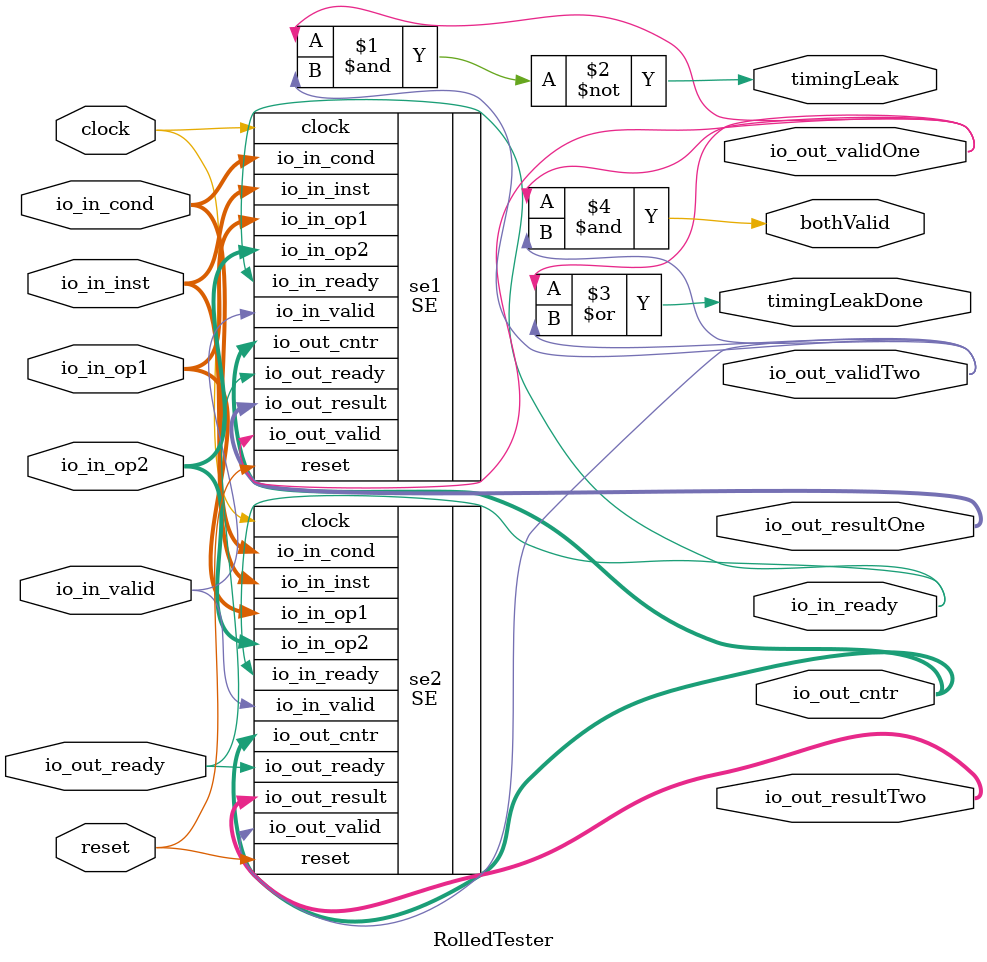
<source format=v>

`include "../SE_verilog/SE_rolled.v"

module RolledTester (
  input clock,
  input reset,
  input [7:0] io_in_inst,
  input [127:0] io_in_op1,
  input [127:0] io_in_op2,
  input [127:0] io_in_cond,
  input  io_in_valid,
  output io_in_ready,
  output [127:0] io_out_resultOne,
  output [127:0] io_out_resultTwo,
  output io_out_validOne,
  output io_out_validTwo,
  input io_out_ready,
  output [7:0] io_out_cntr,
  output timingLeak,
  output timingLeakDone,
  output bothValid
);

SE se1(
  .clock(clock),
  .reset(reset),
  .io_in_inst(io_in_inst),
  .io_in_op1(io_in_op1),
  .io_in_op2(io_in_op2),
  .io_in_cond(io_in_cond),
  .io_in_valid(io_in_valid),
  .io_in_ready(io_in_ready),
  .io_out_result(io_out_resultOne),
  .io_out_valid(io_out_validOne),
  .io_out_ready(io_out_ready),
  .io_out_cntr(io_out_cntr)
);

SE se2(
  .clock(clock),
  .reset(reset),
  .io_in_inst(io_in_inst),
  .io_in_op1(io_in_op1),
  .io_in_op2(io_in_op2),
  .io_in_cond(io_in_cond),
  .io_in_valid(io_in_valid),
  .io_in_ready(io_in_ready),
  .io_out_result(io_out_resultTwo),
  .io_out_valid(io_out_validTwo),
  .io_out_ready(io_out_ready),
  .io_out_cntr(io_out_cntr)
);

assign timingLeak = ~(io_out_validOne & io_out_validTwo);
assign timingLeakDone = io_out_validOne | io_out_validTwo;
assign bothValid = io_out_validOne & io_out_validTwo;

endmodule
</source>
